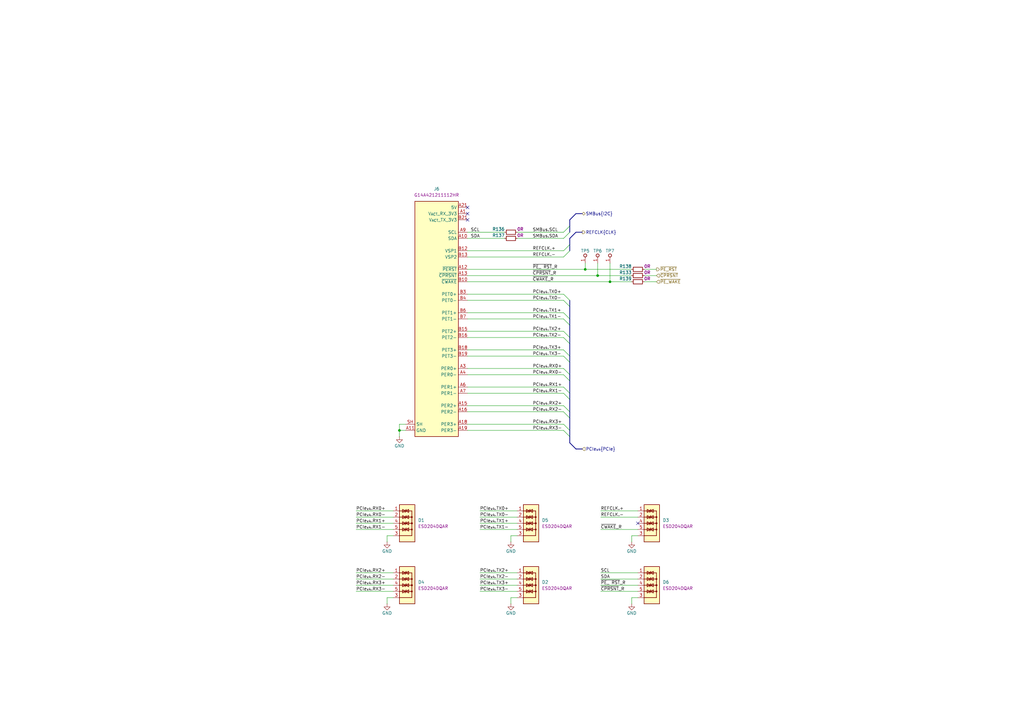
<source format=kicad_sch>
(kicad_sch (version 20250114) (generator "eeschema") (generator_version "9.0")
  (paper "A3")
  (title_block (title "10GbE Expansion") (date "2025-07-22") (rev "1.0.0") (company "Antmicro Ltd") (comment 1 "www.antmicro.com"))
  (lib_symbols
    (symbol "antmicroPciConnectors:OCuLink_x4_Amphenol_G14A421211112HR_CUSTOM_device_side"
      (property "Reference" "J" (at 39.37 -5.08 0))
      (property "MPN" "G14A421211112HR" (at 39.37 -7.62 0))
      (symbol "OCuLink_x4_Amphenol_G14A421211112HR_CUSTOM_device_side_1_1"
        (rectangle (start 3.81 2.54) (end 21.59 -93.98) (stroke (width 0.254)) (fill (type background)))
        (pin passive line (at 0 0 0) (length 3.81) (name "5V") (number "A21"))
        (pin passive line (at 0 0 0) (length 3.81) (hide yes) (name "5V") (number "B1"))
        (pin power_in line (at 0 -2.54 0) (length 3.81) (name "V_{ACT}_RX_3V3") (number "A1"))
        (pin power_in line (at 0 -5.08 0) (length 3.81) (name "V_{ACT}_TX_3V3") (number "B21"))
        (pin bidirectional line (at 0 -10.16 0) (length 3.81) (name "SCL") (number "A9"))
        (pin bidirectional line (at 0 -12.7 0) (length 3.81) (name "SDA") (number "A10"))
        (pin bidirectional line (at 0 -17.78 0) (length 3.81) (name "VSP1") (number "B12"))
        (pin bidirectional line (at 0 -20.32 0) (length 3.81) (name "VSP2") (number "B13"))
        (pin bidirectional line (at 0 -25.4 0) (length 3.81) (name "~{PERST}") (number "A12"))
        (pin bidirectional line (at 0 -27.94 0) (length 3.81) (name "~{CPRSNT}") (number "A13"))
        (pin bidirectional line (at 0 -30.48 0) (length 3.81) (name "~{CWAKE}") (number "B10"))
        (pin input line (at 0 -35.56 0) (length 3.81) (name "PET0+") (number "B3"))
        (pin input line (at 0 -38.1 0) (length 3.81) (name "PET0-") (number "B4"))
        (pin input line (at 0 -43.18 0) (length 3.81) (name "PET1+") (number "B6"))
        (pin input line (at 0 -45.72 0) (length 3.81) (name "PET1-") (number "B7"))
        (pin input line (at 0 -50.8 0) (length 3.81) (name "PET2+") (number "B15"))
        (pin input line (at 0 -53.34 0) (length 3.81) (name "PET2-") (number "B16"))
        (pin input line (at 0 -58.42 0) (length 3.81) (name "PET3+") (number "B18"))
        (pin input line (at 0 -60.96 0) (length 3.81) (name "PET3-") (number "B19"))
        (pin output line (at 0 -66.04 0) (length 3.81) (name "PER0+") (number "A3"))
        (pin output line (at 0 -68.58 0) (length 3.81) (name "PER0-") (number "A4"))
        (pin output line (at 0 -73.66 0) (length 3.81) (name "PER1+") (number "A6"))
        (pin output line (at 0 -76.2 0) (length 3.81) (name "PER1-") (number "A7"))
        (pin output line (at 0 -81.28 0) (length 3.81) (name "PER2+") (number "A15"))
        (pin output line (at 0 -83.82 0) (length 3.81) (name "PER2-") (number "A16"))
        (pin output line (at 0 -88.9 0) (length 3.81) (name "PER3+") (number "A18"))
        (pin output line (at 0 -91.44 0) (length 3.81) (name "PER3-") (number "A19"))
        (pin no_connect line (at 21.59 -76.2 180) (length 3.81) (hide yes) (name "NC") (number "B9"))
        (pin passive line (at 25.4 -88.9 180) (length 3.81) (name "SH") (number "SH"))
        (pin passive line (at 25.4 -91.44 180) (length 3.81) (name "GND") (number "A11"))
        (pin passive line (at 25.4 -91.44 180) (length 3.81) (hide yes) (name "GND") (number "A14"))
        (pin passive line (at 25.4 -91.44 180) (length 3.81) (hide yes) (name "GND") (number "A17"))
        (pin passive line (at 25.4 -91.44 180) (length 3.81) (hide yes) (name "GND") (number "A2"))
        (pin passive line (at 25.4 -91.44 180) (length 3.81) (hide yes) (name "GND") (number "A20"))
        (pin passive line (at 25.4 -91.44 180) (length 3.81) (hide yes) (name "GND") (number "A5"))
        (pin passive line (at 25.4 -91.44 180) (length 3.81) (hide yes) (name "GND") (number "A8"))
        (pin passive line (at 25.4 -91.44 180) (length 3.81) (hide yes) (name "GND") (number "B11"))
        (pin passive line (at 25.4 -91.44 180) (length 3.81) (hide yes) (name "GND") (number "B14"))
        (pin passive line (at 25.4 -91.44 180) (length 3.81) (hide yes) (name "GND") (number "B17"))
        (pin passive line (at 25.4 -91.44 180) (length 3.81) (hide yes) (name "GND") (number "B2"))
        (pin passive line (at 25.4 -91.44 180) (length 3.81) (hide yes) (name "GND") (number "B20"))
        (pin passive line (at 25.4 -91.44 180) (length 3.81) (hide yes) (name "GND") (number "B5"))
        (pin passive line (at 25.4 -91.44 180) (length 3.81) (hide yes) (name "GND") (number "B8"))
      )
    )
    (symbol "antmicroResistors0402:R_0R_0402" (pin_numbers (hide yes)) (pin_names (hide yes))
      (property "Reference" "R" (at 20.32 -5.08 0))
      (property "Val" "0R" (at 20.32 -7.62 0))
      (symbol "R_0R_0402_0_1"
        (rectangle (start 0.635 0.889) (end 4.445 -0.889) (stroke (width 0.254)))
      )
      (symbol "R_0R_0402_1_1"
        (pin passive line (at 0 0 0) (length 0.635) (name "~") (number "1"))
        (pin passive line (at 5.08 0 180) (length 0.635) (name "~") (number "2"))
      )
    )
    (symbol "antmicroTVSDiodes:ESD204DQAR"
      (property "Reference" "D" (at 24.13 0 0))
      (property "MPN" "ESD204DQAR" (at 24.13 -2.54 0))
      (symbol "ESD204DQAR_1_1"
        (rectangle (start 2.54 2.54) (end 8.89 -12.7) (stroke (width 0.254)) (fill (type background)))
        (polyline (pts (xy 2.54 0) (xy 7.62 0)) (stroke (width 0.254)) (fill (type background)))
        (polyline (pts (xy 2.54 -2.54) (xy 7.62 -2.54)) (stroke (width 0.254)) (fill (type background)))
        (polyline (pts (xy 2.54 -5.08) (xy 7.62 -5.08)) (stroke (width 0.254)) (fill (type background)))
        (polyline (pts (xy 2.54 -7.62) (xy 7.62 -7.62)) (stroke (width 0.254)) (fill (type background)))
        (polyline (pts (xy 4.826 -0.635) (xy 5.08 -0.381) (xy 5.08 0.381) (xy 5.334 0.635)) (stroke (width 0.254)) (fill (type background)))
        (polyline (pts (xy 4.826 -3.175) (xy 5.08 -2.921) (xy 5.08 -2.159) (xy 5.334 -1.905)) (stroke (width 0.254)) (fill (type background)))
        (polyline (pts (xy 4.826 -5.715) (xy 5.08 -5.461) (xy 5.08 -4.699) (xy 5.334 -4.445)) (stroke (width 0.254)) (fill (type background)))
        (polyline (pts (xy 4.826 -8.255) (xy 5.08 -8.001) (xy 5.08 -7.239) (xy 5.334 -6.985)) (stroke (width 0.254)) (fill (type background)))
        (polyline (pts (xy 5.08 0) (xy 3.81 -0.635) (xy 3.81 0.635) (xy 5.08 0)) (stroke (width 0.254)) (fill (type background)))
        (polyline (pts (xy 5.08 0) (xy 6.35 -0.635) (xy 6.35 0.635) (xy 5.08 0)) (stroke (width 0.254)) (fill (type background)))
        (polyline (pts (xy 5.08 -2.54) (xy 3.81 -3.175) (xy 3.81 -1.905) (xy 5.08 -2.54)) (stroke (width 0.254)) (fill (type background)))
        (polyline (pts (xy 5.08 -2.54) (xy 6.35 -3.175) (xy 6.35 -1.905) (xy 5.08 -2.54)) (stroke (width 0.254)) (fill (type background)))
        (polyline (pts (xy 5.08 -5.08) (xy 3.81 -5.715) (xy 3.81 -4.445) (xy 5.08 -5.08)) (stroke (width 0.254)) (fill (type background)))
        (polyline (pts (xy 5.08 -5.08) (xy 6.35 -4.445) (xy 6.35 -5.715) (xy 5.08 -5.08)) (stroke (width 0.254)) (fill (type background)))
        (polyline (pts (xy 5.08 -7.62) (xy 3.81 -8.255) (xy 3.81 -6.985) (xy 5.08 -7.62)) (stroke (width 0.254)) (fill (type background)))
        (polyline (pts (xy 6.35 -6.985) (xy 6.35 -8.255) (xy 5.08 -7.62) (xy 6.35 -6.985)) (stroke (width 0.254)) (fill (type background)))
        (polyline (pts (xy 7.62 0) (xy 7.62 -10.16)) (stroke (width 0.254)) (fill (type background)))
        (circle (center 7.62 -2.54) (radius 0.254) (stroke (width 0.254)) (fill (type background)))
        (circle (center 7.62 -5.08) (radius 0.254) (stroke (width 0.254)) (fill (type background)))
        (circle (center 7.62 -5.08) (radius 0.254) (stroke (width 0.254)) (fill (type background)))
        (circle (center 7.62 -7.62) (radius 0.254) (stroke (width 0.254)) (fill (type background)))
        (polyline (pts (xy 7.62 -10.16) (xy 2.54 -10.16)) (stroke (width 0.254)) (fill (type background)))
        (pin passive line (at 0 0 0) (length 2.54) (name "~") (number "1"))
        (pin passive line (at 0 0 0) (length 2.54) (hide yes) (name "~") (number "10"))
        (pin passive line (at 0 -2.54 0) (length 2.54) (name "~") (number "2"))
        (pin passive line (at 0 -2.54 0) (length 2.54) (hide yes) (name "~") (number "9"))
        (pin passive line (at 0 -5.08 0) (length 2.54) (name "~") (number "4"))
        (pin passive line (at 0 -5.08 0) (length 2.54) (hide yes) (name "~") (number "7"))
        (pin passive line (at 0 -7.62 0) (length 2.54) (name "~") (number "5"))
        (pin passive line (at 0 -7.62 0) (length 2.54) (hide yes) (name "~") (number "6"))
        (pin power_in line (at 0 -10.16 0) (length 2.54) (name "~") (number "3"))
        (pin passive line (at 0 -10.16 0) (length 2.54) (hide yes) (name "~") (number "8"))
      )
    )
    (symbol "antmicroTestPoints:TP_0.75mm_SMD" (pin_names (hide yes)) (in_bom no)
      (property "Reference" "TP" (at 10.16 -1.27 0))
      (symbol "TP_0.75mm_SMD_1_1"
        (circle (center 3.175 0) (radius 0.635) (stroke (width 0.254)))
        (pin passive line (at 0 0 0) (length 2.54) (name "1") (number "1"))
      )
    )
    (symbol "antmicropower:GND" (power) (pin_numbers (hide yes)) (pin_names (hide yes))
      (property "Value" "GND" (at 8.89 -5.08 0))
      (symbol "GND_1_1"
        (polyline (pts (xy 0 0) (xy 0 -1.27) (xy 1.27 -1.27) (xy 0 -2.54) (xy -1.27 -1.27) (xy 0 -1.27)))
        (pin power_in line (at 0 0 270) (length 0) (name "GND") (number "1"))
      )
    )
  )
  (junction (at 250.19 115.57))
  (junction (at 245.11 113.03))
  (junction (at 163.83 176.53))
  (junction (at 240.03 110.49))
  (no_connect (at 191.77 87.63))
  (no_connect (at 191.77 90.17))
  (no_connect (at 261.62 214.63))
  (no_connect (at 191.77 85.09))
  (bus_entry (at 233.68 146.05) (size -2.54 -2.54))
  (bus_entry (at 233.68 161.29) (size -2.54 -2.54))
  (bus_entry (at 233.68 125.73) (size -2.54 -2.54))
  (bus_entry (at 233.68 163.83) (size -2.54 -2.54))
  (bus_entry (at 233.68 171.45) (size -2.54 -2.54))
  (bus_entry (at 233.68 92.71) (size -2.54 2.54))
  (bus_entry (at 233.68 140.97) (size -2.54 -2.54))
  (bus_entry (at 233.68 176.53) (size -2.54 -2.54))
  (bus_entry (at 233.68 133.35) (size -2.54 -2.54))
  (bus_entry (at 233.68 102.87) (size -2.54 2.54))
  (bus_entry (at 233.68 168.91) (size -2.54 -2.54))
  (bus_entry (at 233.68 130.81) (size -2.54 -2.54))
  (bus_entry (at 233.68 123.19) (size -2.54 -2.54))
  (bus_entry (at 233.68 138.43) (size -2.54 -2.54))
  (bus_entry (at 233.68 148.59) (size -2.54 -2.54))
  (bus_entry (at 233.68 153.67) (size -2.54 -2.54))
  (bus_entry (at 233.68 100.33) (size -2.54 2.54))
  (bus_entry (at 233.68 156.21) (size -2.54 -2.54))
  (bus_entry (at 233.68 179.07) (size -2.54 -2.54))
  (bus_entry (at 233.68 95.25) (size -2.54 2.54))
  (wire (pts (xy 264.16 110.49) (xy 269.24 110.49)))
  (wire (pts (xy 240.03 110.49) (xy 259.08 110.49)))
  (wire (pts (xy 245.11 107.95) (xy 245.11 113.03)))
  (bus (pts (xy 233.68 148.59) (xy 233.68 153.67)))
  (wire (pts (xy 161.29 237.49) (xy 146.05 237.49)))
  (bus (pts (xy 233.68 179.07) (xy 233.68 181.61)))
  (wire (pts (xy 212.09 217.17) (xy 196.85 217.17)))
  (bus (pts (xy 236.22 95.25) (xy 233.68 97.79)))
  (wire (pts (xy 191.77 95.25) (xy 207.01 95.25)))
  (wire (pts (xy 240.03 107.95) (xy 240.03 110.49)))
  (wire (pts (xy 209.55 245.11) (xy 212.09 245.11)))
  (wire (pts (xy 261.62 209.55) (xy 246.38 209.55)))
  (wire (pts (xy 158.75 219.71) (xy 158.75 222.25)))
  (wire (pts (xy 191.77 120.65) (xy 231.14 120.65)))
  (wire (pts (xy 209.55 245.11) (xy 209.55 247.65)))
  (wire (pts (xy 158.75 245.11) (xy 161.29 245.11)))
  (wire (pts (xy 212.09 237.49) (xy 196.85 237.49)))
  (wire (pts (xy 191.77 128.27) (xy 231.14 128.27)))
  (wire (pts (xy 212.09 242.57) (xy 196.85 242.57)))
  (wire (pts (xy 191.77 146.05) (xy 231.14 146.05)))
  (bus (pts (xy 233.68 163.83) (xy 233.68 168.91)))
  (wire (pts (xy 191.77 161.29) (xy 231.14 161.29)))
  (wire (pts (xy 161.29 209.55) (xy 146.05 209.55)))
  (wire (pts (xy 191.77 166.37) (xy 231.14 166.37)))
  (wire (pts (xy 161.29 234.95) (xy 146.05 234.95)))
  (wire (pts (xy 212.09 240.03) (xy 196.85 240.03)))
  (wire (pts (xy 246.38 217.17) (xy 261.62 217.17)))
  (wire (pts (xy 261.62 240.03) (xy 246.38 240.03)))
  (bus (pts (xy 233.68 176.53) (xy 233.68 179.07)))
  (wire (pts (xy 261.62 242.57) (xy 246.38 242.57)))
  (bus (pts (xy 233.68 156.21) (xy 233.68 161.29)))
  (wire (pts (xy 191.77 135.89) (xy 231.14 135.89)))
  (wire (pts (xy 264.16 115.57) (xy 269.24 115.57)))
  (wire (pts (xy 212.09 234.95) (xy 196.85 234.95)))
  (wire (pts (xy 212.09 95.25) (xy 231.14 95.25)))
  (bus (pts (xy 233.68 140.97) (xy 233.68 138.43)))
  (wire (pts (xy 163.83 173.99) (xy 163.83 176.53)))
  (wire (pts (xy 158.75 245.11) (xy 158.75 247.65)))
  (wire (pts (xy 191.77 123.19) (xy 231.14 123.19)))
  (bus (pts (xy 233.68 161.29) (xy 233.68 163.83)))
  (bus (pts (xy 233.68 168.91) (xy 233.68 171.45)))
  (wire (pts (xy 161.29 217.17) (xy 146.05 217.17)))
  (wire (pts (xy 264.16 113.03) (xy 269.24 113.03)))
  (bus (pts (xy 233.68 133.35) (xy 233.68 130.81)))
  (wire (pts (xy 191.77 176.53) (xy 231.14 176.53)))
  (wire (pts (xy 191.77 173.99) (xy 231.14 173.99)))
  (wire (pts (xy 245.11 113.03) (xy 259.08 113.03)))
  (wire (pts (xy 191.77 158.75) (xy 231.14 158.75)))
  (bus (pts (xy 236.22 87.63) (xy 238.76 87.63)))
  (wire (pts (xy 250.19 115.57) (xy 259.08 115.57)))
  (wire (pts (xy 161.29 214.63) (xy 146.05 214.63)))
  (bus (pts (xy 233.68 146.05) (xy 233.68 148.59)))
  (wire (pts (xy 191.77 138.43) (xy 231.14 138.43)))
  (wire (pts (xy 163.83 176.53) (xy 163.83 179.07)))
  (wire (pts (xy 261.62 234.95) (xy 246.38 234.95)))
  (wire (pts (xy 191.77 115.57) (xy 250.19 115.57)))
  (wire (pts (xy 212.09 209.55) (xy 196.85 209.55)))
  (wire (pts (xy 191.77 97.79) (xy 207.01 97.79)))
  (bus (pts (xy 233.68 92.71) (xy 233.68 90.17)))
  (wire (pts (xy 259.08 245.11) (xy 259.08 247.65)))
  (wire (pts (xy 161.29 240.03) (xy 146.05 240.03)))
  (wire (pts (xy 259.08 219.71) (xy 261.62 219.71)))
  (wire (pts (xy 261.62 237.49) (xy 246.38 237.49)))
  (bus (pts (xy 233.68 133.35) (xy 233.68 138.43)))
  (bus (pts (xy 238.76 184.15) (xy 236.22 184.15)))
  (wire (pts (xy 259.08 219.71) (xy 259.08 222.25)))
  (wire (pts (xy 212.09 214.63) (xy 196.85 214.63)))
  (bus (pts (xy 236.22 184.15) (xy 233.68 181.61)))
  (wire (pts (xy 191.77 151.13) (xy 231.14 151.13)))
  (wire (pts (xy 191.77 143.51) (xy 231.14 143.51)))
  (bus (pts (xy 233.68 100.33) (xy 233.68 97.79)))
  (wire (pts (xy 191.77 153.67) (xy 231.14 153.67)))
  (bus (pts (xy 238.76 95.25) (xy 236.22 95.25)))
  (wire (pts (xy 209.55 219.71) (xy 212.09 219.71)))
  (bus (pts (xy 236.22 87.63) (xy 233.68 90.17)))
  (wire (pts (xy 166.37 173.99) (xy 163.83 173.99)))
  (bus (pts (xy 233.68 123.19) (xy 233.68 125.73)))
  (wire (pts (xy 212.09 97.79) (xy 231.14 97.79)))
  (wire (pts (xy 261.62 212.09) (xy 246.38 212.09)))
  (wire (pts (xy 191.77 168.91) (xy 231.14 168.91)))
  (wire (pts (xy 191.77 110.49) (xy 240.03 110.49)))
  (wire (pts (xy 209.55 219.71) (xy 209.55 222.25)))
  (wire (pts (xy 161.29 242.57) (xy 146.05 242.57)))
  (wire (pts (xy 161.29 212.09) (xy 146.05 212.09)))
  (wire (pts (xy 191.77 130.81) (xy 231.14 130.81)))
  (wire (pts (xy 191.77 113.03) (xy 245.11 113.03)))
  (bus (pts (xy 233.68 153.67) (xy 233.68 156.21)))
  (wire (pts (xy 250.19 107.95) (xy 250.19 115.57)))
  (wire (pts (xy 212.09 212.09) (xy 196.85 212.09)))
  (wire (pts (xy 158.75 219.71) (xy 161.29 219.71)))
  (bus (pts (xy 233.68 102.87) (xy 233.68 100.33)))
  (bus (pts (xy 233.68 125.73) (xy 233.68 130.81)))
  (bus (pts (xy 233.68 140.97) (xy 233.68 146.05)))
  (bus (pts (xy 233.68 171.45) (xy 233.68 176.53)))
  (wire (pts (xy 259.08 245.11) (xy 261.62 245.11)))
  (bus (pts (xy 233.68 95.25) (xy 233.68 92.71)))
  (wire (pts (xy 191.77 102.87) (xy 231.14 102.87)))
  (wire (pts (xy 191.77 105.41) (xy 231.14 105.41)))
  (wire (pts (xy 163.83 176.53) (xy 166.37 176.53)))
  (label "SCL" (at 246.38 234.95 0))
  (label "~{PE_ RST}_R" (at 218.44 110.49 0))
  (label "PCIe_{x4}.TX0+" (at 218.44 120.65 0))
  (label "~{PE_ RST}_R" (at 246.38 240.03 0))
  (label "PCIe_{x4}.RX1+" (at 218.44 158.75 0))
  (label "PCIe_{x4}.TX1+" (at 218.44 128.27 0))
  (label "SMBus.SDA" (at 218.44 97.79 0))
  (label "PCIe_{x4}.TX1-" (at 218.44 130.81 0))
  (label "SCL" (at 193.04 95.25 0))
  (label "~{CPRSNT}_R" (at 218.44 113.03 0))
  (label "PCIe_{x4}.TX1-" (at 196.85 217.17 0))
  (label "SMBus.SCL" (at 218.44 95.25 0))
  (label "PCIe_{x4}.TX0-" (at 218.44 123.19 0))
  (label "~{CWAKE}_R" (at 246.38 217.17 0))
  (label "PCIe_{x4}.RX1-" (at 146.05 217.17 0))
  (label "PCIe_{x4}.TX0+" (at 196.85 209.55 0))
  (label "~{CPRSNT}_R" (at 246.38 242.57 0))
  (label "PCIe_{x4}.TX2+" (at 196.85 234.95 0))
  (label "REFCLK.-" (at 246.38 212.09 0))
  (label "PCIe_{x4}.TX3+" (at 196.85 240.03 0))
  (label "PCIe_{x4}.RX3+" (at 218.44 173.99 0))
  (label "PCIe_{x4}.RX2-" (at 218.44 168.91 0))
  (label "PCIe_{x4}.TX3+" (at 218.44 143.51 0))
  (label "PCIe_{x4}.TX2-" (at 218.44 138.43 0))
  (label "PCIe_{x4}.TX0-" (at 196.85 212.09 0))
  (label "PCIe_{x4}.TX3-" (at 196.85 242.57 0))
  (label "SDA" (at 246.38 237.49 0))
  (label "REFCLK.-" (at 218.44 105.41 0))
  (label "PCIe_{x4}.TX3-" (at 218.44 146.05 0))
  (label "PCIe_{x4}.RX3+" (at 146.05 240.03 0))
  (label "PCIe_{x4}.RX0-" (at 218.44 153.67 0))
  (label "PCIe_{x4}.TX1+" (at 196.85 214.63 0))
  (label "PCIe_{x4}.TX2-" (at 196.85 237.49 0))
  (label "SDA" (at 193.04 97.79 0))
  (label "PCIe_{x4}.TX2+" (at 218.44 135.89 0))
  (label "PCIe_{x4}.RX2+" (at 146.05 234.95 0))
  (label "PCIe_{x4}.RX3-" (at 146.05 242.57 0))
  (label "PCIe_{x4}.RX1+" (at 146.05 214.63 0))
  (label "REFCLK.+" (at 218.44 102.87 0))
  (label "PCIe_{x4}.RX2-" (at 146.05 237.49 0))
  (label "PCIe_{x4}.RX0-" (at 146.05 212.09 0))
  (label "PCIe_{x4}.RX0+" (at 218.44 151.13 0))
  (label "PCIe_{x4}.RX1-" (at 218.44 161.29 0))
  (label "REFCLK.+" (at 246.38 209.55 0))
  (label "PCIe_{x4}.RX0+" (at 146.05 209.55 0))
  (label "~{CWAKE}_R" (at 218.44 115.57 0))
  (label "PCIe_{x4}.RX3-" (at 218.44 176.53 0))
  (label "PCIe_{x4}.RX2+" (at 218.44 166.37 0))
  (hierarchical_label "~{PE_WAKE}" (shape input) (at 269.24 115.57 0))
  (hierarchical_label "~{CPRSNT}" (shape input) (at 269.24 113.03 0))
  (hierarchical_label "PCIe_{x4}{PCIe}" (shape input) (at 238.76 184.15 0))
  (hierarchical_label "REFCLK{CLK}" (shape output) (at 238.76 95.25 0))
  (hierarchical_label "~{PE_RST}" (shape output) (at 269.24 110.49 0))
  (hierarchical_label "SMBus{I2C}" (shape bidirectional) (at 238.76 87.63 0))
  (symbol (lib_id "antmicroTVSDiodes:ESD204DQAR") (at 212.09 234.95 0) (unit 1)
    (property "Reference" "D2" (at 222.25 238.76 0) (effects (justify left)))
    (property "Value" "ESD204DQAR" (effects (hide yes)))
    (property "Footprint" "antmicro-footprints:USON-10_2.5x1mm_P0.5mm" (effects (hide yes)))
    (property "Datasheet" "https://www.ti.com/lit/ds/symlink/esd204.pdf?ts=1706004844383&ref_url=https%253A%252F%252Fwww.ti.com%252Finterface%252Fdiodes%252Fesd-protection-diodes%252Fproducts.html" (effects (hide yes)))
    (property "Description" "TVS diode array, 30 kV, USON-10, 3.6 V, 0.55 pF" (effects (hide yes)))
    (property "MPN" "ESD204DQAR" (at 222.25 241.3 0) (effects (justify left)))
    (property "Manufacturer" "Texas Instruments" (effects (hide yes)))
    (property "Author" "Antmicro" (effects (hide yes)))
    (property "License" "Apache-2.0" (effects (hide yes)))
  )
  (symbol (lib_id "antmicroResistors0402:R_0R_0402") (at 259.08 115.57 0) (unit 1)
    (property "Reference" "R139" (at 259.08 114.3 0) (effects (justify right)))
    (property "Value" "R_0R_0402" (effects (hide yes)))
    (property "Footprint" "antmicro-footprints:R_0402_1005Metric" (effects (hide yes)))
    (property "Datasheet" "https://industrial.panasonic.com/cdbs/www-data/pdf/RDA0000/AOA0000C301.pdf" (effects (hide yes)))
    (property "Description" "SMD Chip Resistor, Jumper, 0 ohm, 100 mW, 0402 [1005 Metric], Thick Film, General Purpose" (effects (hide yes)))
    (property "MPN" "ERJ2GE0R00X" (effects (hide yes)))
    (property "Manufacturer" "Panasonic" (effects (hide yes)))
    (property "License" "Apache-2.0" (effects (hide yes)))
    (property "Author" "Antmicro" (effects (hide yes)))
    (property "Val" "0R" (at 264.16 114.3 0) (effects (justify left)))
    (property "Current" "1A" (effects (hide yes)))
  )
  (symbol (lib_id "antmicroResistors0402:R_0R_0402") (at 207.01 95.25 0) (unit 1)
    (property "Reference" "R136" (at 207.01 93.98 0) (effects (justify right)))
    (property "Value" "R_0R_0402" (effects (hide yes)))
    (property "Footprint" "antmicro-footprints:R_0402_1005Metric" (effects (hide yes)))
    (property "Datasheet" "https://industrial.panasonic.com/cdbs/www-data/pdf/RDA0000/AOA0000C301.pdf" (effects (hide yes)))
    (property "Description" "SMD Chip Resistor, Jumper, 0 ohm, 100 mW, 0402 [1005 Metric], Thick Film, General Purpose" (effects (hide yes)))
    (property "MPN" "ERJ2GE0R00X" (effects (hide yes)))
    (property "Manufacturer" "Panasonic" (effects (hide yes)))
    (property "License" "Apache-2.0" (effects (hide yes)))
    (property "Author" "Antmicro" (effects (hide yes)))
    (property "Val" "0R" (at 212.09 93.98 0) (effects (justify left)))
    (property "Current" "1A" (effects (hide yes)))
  )
  (symbol (lib_id "antmicroTVSDiodes:ESD204DQAR") (at 261.62 234.95 0) (unit 1)
    (property "Reference" "D6" (at 271.78 238.76 0) (effects (justify left)))
    (property "Value" "ESD204DQAR" (effects (hide yes)))
    (property "Footprint" "antmicro-footprints:USON-10_2.5x1mm_P0.5mm" (effects (hide yes)))
    (property "Datasheet" "https://www.ti.com/lit/ds/symlink/esd204.pdf?ts=1706004844383&ref_url=https%253A%252F%252Fwww.ti.com%252Finterface%252Fdiodes%252Fesd-protection-diodes%252Fproducts.html" (effects (hide yes)))
    (property "Description" "TVS diode array, 30 kV, USON-10, 3.6 V, 0.55 pF" (effects (hide yes)))
    (property "MPN" "ESD204DQAR" (at 271.78 241.3 0) (effects (justify left)))
    (property "Manufacturer" "Texas Instruments" (effects (hide yes)))
    (property "Author" "Antmicro" (effects (hide yes)))
    (property "License" "Apache-2.0" (effects (hide yes)))
  )
  (symbol (lib_id "antmicropower:GND") (at 158.75 222.25 0) (unit 1)
    (property "Reference" "#PWR0268" (effects (hide yes)))
    (property "Value" "GND" (at 158.75 226.06 0))
    (property "Author" "Antmicro" (effects (hide yes)))
    (property "License" "Apache-2.0" (effects (hide yes)))
  )
  (symbol (lib_id "antmicroTVSDiodes:ESD204DQAR") (at 161.29 209.55 0) (unit 1)
    (property "Reference" "D1" (at 171.45 213.36 0) (effects (justify left)))
    (property "Value" "ESD204DQAR" (effects (hide yes)))
    (property "Footprint" "antmicro-footprints:USON-10_2.5x1mm_P0.5mm" (effects (hide yes)))
    (property "Datasheet" "https://www.ti.com/lit/ds/symlink/esd204.pdf?ts=1706004844383&ref_url=https%253A%252F%252Fwww.ti.com%252Finterface%252Fdiodes%252Fesd-protection-diodes%252Fproducts.html" (effects (hide yes)))
    (property "Description" "TVS diode array, 30 kV, USON-10, 3.6 V, 0.55 pF" (effects (hide yes)))
    (property "MPN" "ESD204DQAR" (at 171.45 215.9 0) (effects (justify left)))
    (property "Manufacturer" "Texas Instruments" (effects (hide yes)))
    (property "Author" "Antmicro" (effects (hide yes)))
    (property "License" "Apache-2.0" (effects (hide yes)))
  )
  (symbol (lib_id "antmicropower:GND") (at 259.08 222.25 0) (unit 1)
    (property "Reference" "#PWR0270" (effects (hide yes)))
    (property "Value" "GND" (at 259.08 226.06 0))
    (property "Author" "Antmicro" (effects (hide yes)))
    (property "License" "Apache-2.0" (effects (hide yes)))
  )
  (symbol (lib_id "antmicroTVSDiodes:ESD204DQAR") (at 261.62 209.55 0) (unit 1)
    (property "Reference" "D3" (at 271.78 213.36 0) (effects (justify left)))
    (property "Value" "ESD204DQAR" (effects (hide yes)))
    (property "Footprint" "antmicro-footprints:USON-10_2.5x1mm_P0.5mm" (effects (hide yes)))
    (property "Datasheet" "https://www.ti.com/lit/ds/symlink/esd204.pdf?ts=1706004844383&ref_url=https%253A%252F%252Fwww.ti.com%252Finterface%252Fdiodes%252Fesd-protection-diodes%252Fproducts.html" (effects (hide yes)))
    (property "Description" "TVS diode array, 30 kV, USON-10, 3.6 V, 0.55 pF" (effects (hide yes)))
    (property "MPN" "ESD204DQAR" (at 271.78 215.9 0) (effects (justify left)))
    (property "Manufacturer" "Texas Instruments" (effects (hide yes)))
    (property "Author" "Antmicro" (effects (hide yes)))
    (property "License" "Apache-2.0" (effects (hide yes)))
  )
  (symbol (lib_id "antmicroTestPoints:TP_0.75mm_SMD") (at 240.03 107.95 90) (unit 1) (in_bom no)
    (property "Reference" "TP5" (at 240.03 102.87 90))
    (property "Value" "TP_0.75mm_SMD" (effects (hide yes)))
    (property "Footprint" "antmicro-footprints:TP_SMD_0.75mm" (effects (hide yes)))
    (property "Description" "SMT test point" (effects (hide yes)))
    (property "Author" "Antmicro" (effects (hide yes)))
    (property "License" "Apache-2.0" (effects (hide yes)))
  )
  (symbol (lib_id "antmicroPciConnectors:OCuLink_x4_Amphenol_G14A421211112HR_CUSTOM_device_side") (at 191.77 85.09 0) (mirror y) (unit 1)
    (property "Reference" "J6" (at 179.07 77.47 0))
    (property "Value" "OCuLink_x4_Amphenol_G14A421211112HR_CUSTOM_device_side" (effects (hide yes)))
    (property "Footprint" "antmicro-footprints:Amphenol_G14A421211112HR" (effects (hide yes)))
    (property "Datasheet" "https://cdn.amphenol-cs.com/media/wysiwyg/files/drawing/g14a421x1bxxxhr.pdf" (effects (hide yes)))
    (property "Description" "I/O Connectors OCulink, Receptacle, 0.5mm pitch, 4X, R/A SMT with shell leg SMT type, 30U\" gold plating, LCP, black, T&R packing" (effects (hide yes)))
    (property "Manufacturer" "Amphenol" (effects (hide yes)))
    (property "MPN" "G14A421211112HR" (at 179.07 80.01 0))
    (property "Author" "Antmicro" (effects (hide yes)))
    (property "License" "Apache-2.0" (effects (hide yes)))
  )
  (symbol (lib_id "antmicropower:GND") (at 163.83 179.07 0) (unit 1)
    (property "Reference" "#PWR0271" (effects (hide yes)))
    (property "Value" "GND" (at 163.83 182.88 0))
    (property "Author" "Antmicro" (effects (hide yes)))
    (property "License" "Apache-2.0" (effects (hide yes)))
  )
  (symbol (lib_id "antmicroResistors0402:R_0R_0402") (at 207.01 97.79 0) (unit 1)
    (property "Reference" "R137" (at 207.01 96.52 0) (effects (justify right)))
    (property "Value" "R_0R_0402" (effects (hide yes)))
    (property "Footprint" "antmicro-footprints:R_0402_1005Metric" (effects (hide yes)))
    (property "Datasheet" "https://industrial.panasonic.com/cdbs/www-data/pdf/RDA0000/AOA0000C301.pdf" (effects (hide yes)))
    (property "Description" "SMD Chip Resistor, Jumper, 0 ohm, 100 mW, 0402 [1005 Metric], Thick Film, General Purpose" (effects (hide yes)))
    (property "MPN" "ERJ2GE0R00X" (effects (hide yes)))
    (property "Manufacturer" "Panasonic" (effects (hide yes)))
    (property "License" "Apache-2.0" (effects (hide yes)))
    (property "Author" "Antmicro" (effects (hide yes)))
    (property "Val" "0R" (at 212.09 96.52 0) (effects (justify left)))
    (property "Current" "1A" (effects (hide yes)))
  )
  (symbol (lib_id "antmicroResistors0402:R_0R_0402") (at 259.08 110.49 0) (unit 1)
    (property "Reference" "R138" (at 259.08 109.22 0) (effects (justify right)))
    (property "Value" "R_0R_0402" (effects (hide yes)))
    (property "Footprint" "antmicro-footprints:R_0402_1005Metric" (effects (hide yes)))
    (property "Datasheet" "https://industrial.panasonic.com/cdbs/www-data/pdf/RDA0000/AOA0000C301.pdf" (effects (hide yes)))
    (property "Description" "SMD Chip Resistor, Jumper, 0 ohm, 100 mW, 0402 [1005 Metric], Thick Film, General Purpose" (effects (hide yes)))
    (property "MPN" "ERJ2GE0R00X" (effects (hide yes)))
    (property "Manufacturer" "Panasonic" (effects (hide yes)))
    (property "License" "Apache-2.0" (effects (hide yes)))
    (property "Author" "Antmicro" (effects (hide yes)))
    (property "Val" "0R" (at 264.16 109.22 0) (effects (justify left)))
    (property "Current" "1A" (effects (hide yes)))
  )
  (symbol (lib_id "antmicroTVSDiodes:ESD204DQAR") (at 212.09 209.55 0) (unit 1)
    (property "Reference" "D5" (at 222.25 213.36 0) (effects (justify left)))
    (property "Value" "ESD204DQAR" (effects (hide yes)))
    (property "Footprint" "antmicro-footprints:USON-10_2.5x1mm_P0.5mm" (effects (hide yes)))
    (property "Datasheet" "https://www.ti.com/lit/ds/symlink/esd204.pdf?ts=1706004844383&ref_url=https%253A%252F%252Fwww.ti.com%252Finterface%252Fdiodes%252Fesd-protection-diodes%252Fproducts.html" (effects (hide yes)))
    (property "Description" "TVS diode array, 30 kV, USON-10, 3.6 V, 0.55 pF" (effects (hide yes)))
    (property "MPN" "ESD204DQAR" (at 222.25 215.9 0) (effects (justify left)))
    (property "Manufacturer" "Texas Instruments" (effects (hide yes)))
    (property "Author" "Antmicro" (effects (hide yes)))
    (property "License" "Apache-2.0" (effects (hide yes)))
  )
  (symbol (lib_id "antmicropower:GND") (at 209.55 247.65 0) (unit 1)
    (property "Reference" "#PWR0269" (effects (hide yes)))
    (property "Value" "GND" (at 209.55 251.46 0))
    (property "Author" "Antmicro" (effects (hide yes)))
    (property "License" "Apache-2.0" (effects (hide yes)))
  )
  (symbol (lib_id "antmicroTestPoints:TP_0.75mm_SMD") (at 245.11 107.95 90) (unit 1) (in_bom no)
    (property "Reference" "TP6" (at 245.11 102.87 90))
    (property "Value" "TP_0.75mm_SMD" (effects (hide yes)))
    (property "Footprint" "antmicro-footprints:TP_SMD_0.75mm" (effects (hide yes)))
    (property "Description" "SMT test point" (effects (hide yes)))
    (property "Author" "Antmicro" (effects (hide yes)))
    (property "License" "Apache-2.0" (effects (hide yes)))
  )
  (symbol (lib_id "antmicropower:GND") (at 259.08 247.65 0) (unit 1)
    (property "Reference" "#PWR0274" (effects (hide yes)))
    (property "Value" "GND" (at 259.08 251.46 0))
    (property "Author" "Antmicro" (effects (hide yes)))
    (property "License" "Apache-2.0" (effects (hide yes)))
  )
  (symbol (lib_id "antmicroTVSDiodes:ESD204DQAR") (at 161.29 234.95 0) (unit 1)
    (property "Reference" "D4" (at 171.45 238.76 0) (effects (justify left)))
    (property "Value" "ESD204DQAR" (effects (hide yes)))
    (property "Footprint" "antmicro-footprints:USON-10_2.5x1mm_P0.5mm" (effects (hide yes)))
    (property "Datasheet" "https://www.ti.com/lit/ds/symlink/esd204.pdf?ts=1706004844383&ref_url=https%253A%252F%252Fwww.ti.com%252Finterface%252Fdiodes%252Fesd-protection-diodes%252Fproducts.html" (effects (hide yes)))
    (property "Description" "TVS diode array, 30 kV, USON-10, 3.6 V, 0.55 pF" (effects (hide yes)))
    (property "MPN" "ESD204DQAR" (at 171.45 241.3 0) (effects (justify left)))
    (property "Manufacturer" "Texas Instruments" (effects (hide yes)))
    (property "Author" "Antmicro" (effects (hide yes)))
    (property "License" "Apache-2.0" (effects (hide yes)))
  )
  (symbol (lib_id "antmicropower:GND") (at 209.55 222.25 0) (unit 1)
    (property "Reference" "#PWR0273" (effects (hide yes)))
    (property "Value" "GND" (at 209.55 226.06 0))
    (property "Author" "Antmicro" (effects (hide yes)))
    (property "License" "Apache-2.0" (effects (hide yes)))
  )
  (symbol (lib_id "antmicropower:GND") (at 158.75 247.65 0) (unit 1)
    (property "Reference" "#PWR0272" (effects (hide yes)))
    (property "Value" "GND" (at 158.75 251.46 0))
    (property "Author" "Antmicro" (effects (hide yes)))
    (property "License" "Apache-2.0" (effects (hide yes)))
  )
  (symbol (lib_id "antmicroResistors0402:R_0R_0402") (at 259.08 113.03 0) (unit 1)
    (property "Reference" "R133" (at 259.08 111.76 0) (effects (justify right)))
    (property "Value" "R_0R_0402" (effects (hide yes)))
    (property "Footprint" "antmicro-footprints:R_0402_1005Metric" (effects (hide yes)))
    (property "Datasheet" "https://industrial.panasonic.com/cdbs/www-data/pdf/RDA0000/AOA0000C301.pdf" (effects (hide yes)))
    (property "Description" "SMD Chip Resistor, Jumper, 0 ohm, 100 mW, 0402 [1005 Metric], Thick Film, General Purpose" (effects (hide yes)))
    (property "MPN" "ERJ2GE0R00X" (effects (hide yes)))
    (property "Manufacturer" "Panasonic" (effects (hide yes)))
    (property "License" "Apache-2.0" (effects (hide yes)))
    (property "Author" "Antmicro" (effects (hide yes)))
    (property "Val" "0R" (at 264.16 111.76 0) (effects (justify left)))
    (property "Current" "1A" (effects (hide yes)))
  )
  (symbol (lib_id "antmicroTestPoints:TP_0.75mm_SMD") (at 250.19 107.95 90) (unit 1) (in_bom no)
    (property "Reference" "TP7" (at 250.19 102.87 90))
    (property "Value" "TP_0.75mm_SMD" (effects (hide yes)))
    (property "Footprint" "antmicro-footprints:TP_SMD_0.75mm" (effects (hide yes)))
    (property "Description" "SMT test point" (effects (hide yes)))
    (property "Author" "Antmicro" (effects (hide yes)))
    (property "License" "Apache-2.0" (effects (hide yes)))
  )
)
</source>
